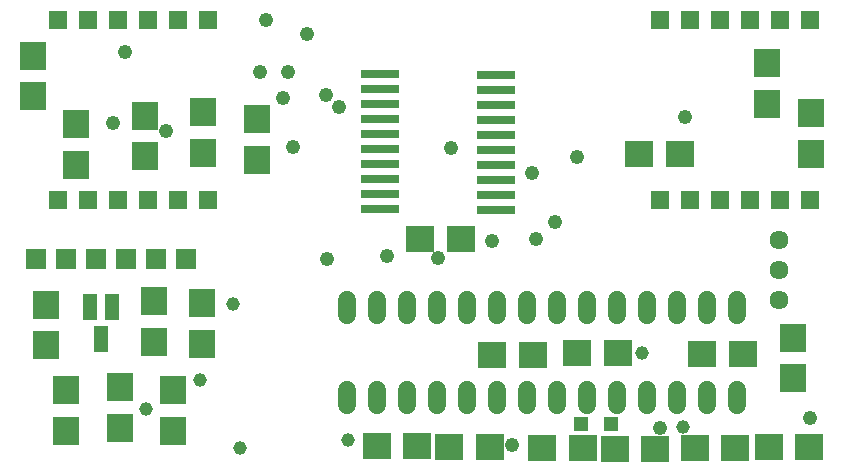
<source format=gbr>
G04 EAGLE Gerber RS-274X export*
G75*
%MOMM*%
%FSLAX34Y34*%
%LPD*%
%INSoldermask Bottom*%
%IPPOS*%
%AMOC8*
5,1,8,0,0,1.08239X$1,22.5*%
G01*
%ADD10R,1.511200X1.511200*%
%ADD11R,2.403200X2.203200*%
%ADD12C,1.524000*%
%ADD13C,1.611200*%
%ADD14R,2.203200X2.403200*%
%ADD15R,1.203200X2.203200*%
%ADD16R,1.711200X1.711200*%
%ADD17R,3.203200X0.803200*%
%ADD18R,1.311200X1.311200*%
%ADD19C,1.219200*%
%ADD20C,1.168400*%


D10*
X185579Y629245D03*
X210979Y629245D03*
X236379Y629245D03*
X261779Y629245D03*
X287179Y629245D03*
X312579Y629245D03*
X312579Y781645D03*
X287179Y781645D03*
X261779Y781645D03*
X236379Y781645D03*
X210979Y781645D03*
X185579Y781645D03*
X695587Y628721D03*
X720987Y628721D03*
X746387Y628721D03*
X771787Y628721D03*
X797187Y628721D03*
X822587Y628721D03*
X822587Y781121D03*
X797187Y781121D03*
X771787Y781121D03*
X746387Y781121D03*
X720987Y781121D03*
X695587Y781121D03*
D11*
X455720Y420270D03*
X490220Y420270D03*
X595820Y418770D03*
X630320Y418770D03*
X724830Y418660D03*
X759330Y418660D03*
D12*
X430700Y455066D02*
X430700Y468274D01*
X456100Y468274D02*
X456100Y455066D01*
X481500Y455066D02*
X481500Y468274D01*
X506900Y468274D02*
X506900Y455066D01*
X532300Y455066D02*
X532300Y468274D01*
X557700Y468274D02*
X557700Y455066D01*
X583100Y455066D02*
X583100Y468274D01*
X608500Y468274D02*
X608500Y455066D01*
X633900Y455066D02*
X633900Y468274D01*
X659300Y468274D02*
X659300Y455066D01*
X684700Y455066D02*
X684700Y468274D01*
X710100Y468274D02*
X710100Y455066D01*
X735500Y455066D02*
X735500Y468274D01*
X760900Y468274D02*
X760900Y455066D01*
X760900Y531266D02*
X760900Y544474D01*
X735500Y544474D02*
X735500Y531266D01*
X710100Y531266D02*
X710100Y544474D01*
X684700Y544474D02*
X684700Y531266D01*
X659300Y531266D02*
X659300Y544474D01*
X633900Y544474D02*
X633900Y531266D01*
X608500Y531266D02*
X608500Y544474D01*
X583100Y544474D02*
X583100Y531266D01*
X557700Y531266D02*
X557700Y544474D01*
X532300Y544474D02*
X532300Y531266D01*
X506900Y531266D02*
X506900Y544474D01*
X481500Y544474D02*
X481500Y531266D01*
X456100Y531266D02*
X456100Y544474D01*
X430700Y544474D02*
X430700Y531266D01*
D13*
X795910Y594620D03*
X795910Y569220D03*
X795910Y543820D03*
D11*
X765880Y498870D03*
X731380Y498870D03*
D14*
X807730Y477760D03*
X807730Y512260D03*
D11*
X516790Y419770D03*
X551290Y419770D03*
D14*
X175930Y505670D03*
X175930Y540170D03*
X354690Y697160D03*
X354690Y662660D03*
D11*
X712270Y667910D03*
X677770Y667910D03*
D14*
X786130Y745040D03*
X786130Y710540D03*
X822970Y667680D03*
X822970Y702180D03*
X164770Y751050D03*
X164770Y716550D03*
X308680Y668520D03*
X308680Y703020D03*
X201270Y658380D03*
X201270Y692880D03*
D11*
X657080Y418270D03*
X691580Y418270D03*
X787480Y419430D03*
X821980Y419430D03*
D14*
X267040Y508930D03*
X267040Y543430D03*
X307510Y507320D03*
X307510Y541820D03*
X259240Y665800D03*
X259240Y700300D03*
D15*
X222250Y511010D03*
X231750Y538010D03*
X212750Y538010D03*
D16*
X294640Y579120D03*
X269240Y579120D03*
X243840Y579120D03*
X218440Y579120D03*
X193040Y579120D03*
X167640Y579120D03*
D17*
X458470Y621030D03*
X458470Y633730D03*
X458470Y646430D03*
X458470Y659130D03*
X458470Y671830D03*
X458470Y684530D03*
X458470Y697230D03*
X458470Y709930D03*
X458470Y722630D03*
X458470Y735330D03*
X556872Y734264D03*
X556872Y721564D03*
X556872Y708864D03*
X556872Y696164D03*
X556872Y683464D03*
X556872Y670764D03*
X556872Y658064D03*
X556872Y645364D03*
X556872Y632664D03*
X556872Y619964D03*
D11*
X587730Y497840D03*
X553230Y497840D03*
X625120Y499110D03*
X659620Y499110D03*
X526770Y595630D03*
X492270Y595630D03*
D14*
X283210Y433350D03*
X283210Y467850D03*
X238760Y435890D03*
X238760Y470390D03*
X193040Y433350D03*
X193040Y467850D03*
D18*
X628650Y439420D03*
X654050Y439420D03*
D19*
X553720Y594360D03*
X590550Y595630D03*
D20*
X340360Y419100D03*
X260350Y452120D03*
X431800Y425450D03*
X715010Y436880D03*
X680720Y499110D03*
D19*
X464820Y581660D03*
X414020Y579120D03*
D20*
X334010Y541020D03*
X306070Y476250D03*
D19*
X396367Y769366D03*
X357251Y737235D03*
X385191Y673354D03*
X606425Y610362D03*
X232537Y693928D03*
X412496Y717931D03*
X507492Y579501D03*
X242189Y754507D03*
X376174Y715391D03*
X362204Y780923D03*
X380492Y737235D03*
X716661Y699516D03*
X518795Y672973D03*
X695579Y435483D03*
X570484Y421513D03*
X822198Y444373D03*
X624967Y665226D03*
X587121Y651510D03*
X276987Y687070D03*
X424053Y707644D03*
M02*

</source>
